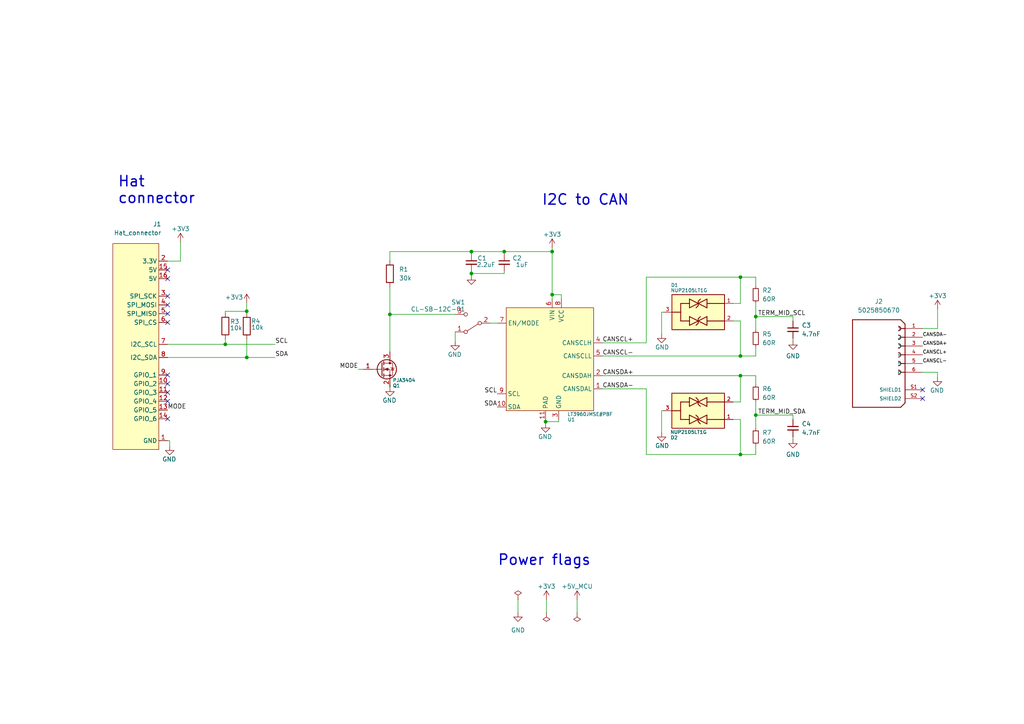
<source format=kicad_sch>
(kicad_sch (version 20230121) (generator eeschema)
  (paper "A4")
  (lib_symbols
    (symbol "0_interface_can:LT3960"
      (property "Reference" "U1" (at 4.445 21.59 0))
      (property "Value" "LT3960JMSE#PBF" (at 2.5909 19.05 0))
      (symbol "LT3960_1_1"
        (rectangle (start -13.335 16.51) (end 12.065 -13.335) (fill (type background)))
        (pin bidirectional line (at 14.605 -6.985 180) (length 2.54) (name "CANSDAL") (number "1"))
        (pin bidirectional line (at -15.9512 -12.2428 0) (length 2.54) (name "SDA") (number "10"))
        (pin power_in line (at -1.905 -15.875 90) (length 2.54) (name "PAD") (number "11"))
        (pin bidirectional line (at 14.605 -3.175 180) (length 2.54) (name "CANSDAH") (number "2"))
        (pin power_in line (at 1.905 -15.875 90) (length 2.54) (name "GND") (number "3"))
        (pin bidirectional line (at 14.605 6.35 180) (length 2.54) (name "CANSCLH") (number "4"))
        (pin bidirectional line (at 14.605 2.54 180) (length 2.54) (name "CANSCLL") (number "5"))
        (pin power_in line (at 0 19.05 270) (length 2.54) (name "VIN") (number "6"))
        (pin input line (at -15.875 12.065 0) (length 2.54) (name "EN/MODE") (number "7"))
        (pin passive line (at 2.667 19.1262 270) (length 2.54) (name "VCC") (number "8"))
        (pin bidirectional line (at -15.9512 -8.4328 0) (length 2.54) (name "SCL") (number "9"))
      )
    )
    (symbol "0_lib_power_symbols:+5V_MCU" (power) (pin_numbers hide) (in_bom no) (on_board no)
      (property "Value" "+5V_MCU" (at 0 3.81 0))
      (symbol "+5V_MCU_0_1"
        (polyline (pts (xy 0 0) (xy 0 2.54)))
        (polyline (pts (xy 0 2.54) (xy -0.762 1.27)))
        (polyline (pts (xy 0 2.54) (xy 0.762 1.27)))
      )
      (symbol "+5V_MCU_1_1"
        (pin power_in line (at 0 0 90) (length 0) hide (name "+5V_MCU") (number "1"))
      )
    )
    (symbol "0_transistor:PJA3404" (pin_names hide)
      (property "Reference" "Q" (at 5.08 1.27 0))
      (property "Value" "PJA3404" (at 5.08 -1.27 0))
      (symbol "PJA3404_0_1"
        (polyline (pts (xy 0.254 0) (xy -2.54 0)))
        (polyline (pts (xy 0.254 1.905) (xy 0.254 -1.905)) (stroke (width 0.254)))
        (polyline (pts (xy 0.762 -1.27) (xy 0.762 -2.286)) (stroke (width 0.254)))
        (polyline (pts (xy 0.762 0.508) (xy 0.762 -0.508)) (stroke (width 0.254)))
        (polyline (pts (xy 0.762 2.286) (xy 0.762 1.27)) (stroke (width 0.254)))
        (polyline (pts (xy 2.54 2.54) (xy 2.54 1.778)))
        (polyline (pts (xy 2.54 -2.54) (xy 2.54 0) (xy 0.762 0)))
        (polyline (pts (xy 0.762 -1.778) (xy 3.302 -1.778) (xy 3.302 1.778) (xy 0.762 1.778)))
        (polyline (pts (xy 1.016 0) (xy 2.032 0.381) (xy 2.032 -0.381) (xy 1.016 0)) (fill (type outline)))
        (polyline (pts (xy 2.794 0.508) (xy 2.921 0.381) (xy 3.683 0.381) (xy 3.81 0.254)))
        (polyline (pts (xy 3.302 0.381) (xy 2.921 -0.254) (xy 3.683 -0.254) (xy 3.302 0.381)))
        (circle (center 1.651 0) (radius 2.794) (stroke (width 0.254)))
        (circle (center 2.54 -1.778) (radius 0.254) (fill (type outline)))
        (circle (center 2.54 1.778) (radius 0.254) (fill (type outline)))
      )
      (symbol "PJA3404_1_1"
        (pin input line (at -5.08 0 0) (length 2.54) (name "G") (number "1"))
        (pin passive line (at 2.54 -5.08 90) (length 2.54) (name "S") (number "2"))
        (pin passive line (at 2.54 5.08 270) (length 2.54) (name "D") (number "3"))
      )
    )
    (symbol "5025850670:5025850670" (pin_names (offset 1.016))
      (property "Reference" "J" (at -7.62 13.97 0))
      (property "Value" "5025850670" (at -7.62 -15.24 0))
      (symbol "5025850670_0_0"
        (polyline (pts (xy -7.62 -12.7) (xy -7.62 12.7)) (stroke (width 0.254)))
        (polyline (pts (xy -7.62 12.7) (xy 6.35 12.7)) (stroke (width 0.254)))
        (polyline (pts (xy 6.35 -12.7) (xy -7.62 -12.7)) (stroke (width 0.254)))
        (polyline (pts (xy 7.62 -11.43) (xy 6.35 -12.7)) (stroke (width 0.254)))
        (polyline (pts (xy 7.62 -2.54) (xy 6.35 -2.54)) (stroke (width 0.254)))
        (polyline (pts (xy 7.62 0) (xy 6.35 0)) (stroke (width 0.254)))
        (polyline (pts (xy 7.62 2.54) (xy 6.35 2.54)) (stroke (width 0.254)))
        (polyline (pts (xy 7.62 5.08) (xy 6.35 5.08)) (stroke (width 0.254)))
        (polyline (pts (xy 7.62 7.62) (xy 6.35 7.62)) (stroke (width 0.254)))
        (polyline (pts (xy 7.62 10.16) (xy 6.35 10.16)) (stroke (width 0.254)))
        (polyline (pts (xy 7.62 10.16) (xy 7.62 -11.43)) (stroke (width 0.254)))
        (polyline (pts (xy 7.62 11.43) (xy 6.35 12.7)) (stroke (width 0.254)))
        (polyline (pts (xy 7.62 11.43) (xy 7.62 10.16)) (stroke (width 0.254)))
        (arc (start 5.715 -3.175) (mid 6.3473 -2.54) (end 5.715 -1.905) (stroke (width 0.254)))
        (arc (start 5.715 -0.635) (mid 6.3473 0) (end 5.715 0.635) (stroke (width 0.254)))
        (arc (start 5.715 1.905) (mid 6.3473 2.54) (end 5.715 3.175) (stroke (width 0.254)))
        (arc (start 5.715 4.445) (mid 6.3473 5.08) (end 5.715 5.715) (stroke (width 0.254)))
        (arc (start 5.715 6.985) (mid 6.3473 7.62) (end 5.715 8.255) (stroke (width 0.254)))
        (arc (start 5.715 9.525) (mid 6.3473 10.16) (end 5.715 10.795) (stroke (width 0.254)))
        (pin passive line (at 12.7 10.16 180) (length 5.08) (name "1") (number "1"))
        (pin passive line (at 12.7 7.62 180) (length 5.08) (name "2") (number "2"))
        (pin passive line (at 12.7 5.08 180) (length 5.08) (name "3") (number "3"))
        (pin passive line (at 12.7 2.54 180) (length 5.08) (name "4") (number "4"))
        (pin passive line (at 12.7 0 180) (length 5.08) (name "5") (number "5"))
        (pin passive line (at 12.7 -2.54 180) (length 5.08) (name "6") (number "6"))
        (pin passive line (at 12.7 -7.62 180) (length 5.08) (name "SHIELD1") (number "S1"))
        (pin passive line (at 12.7 -10.16 180) (length 5.08) (name "SHIELD2") (number "S2"))
      )
    )
    (symbol "Device:C_Small" (pin_numbers hide) (pin_names (offset 0.254) hide)
      (property "Reference" "C" (at 0.254 1.778 0))
      (property "Value" "C_Small" (at 0.254 -2.032 0))
      (symbol "C_Small_0_1"
        (polyline (pts (xy -1.524 -0.508) (xy 1.524 -0.508)) (stroke (width 0.3302)))
        (polyline (pts (xy -1.524 0.508) (xy 1.524 0.508)) (stroke (width 0.3048)))
      )
      (symbol "C_Small_1_1"
        (pin passive line (at 0 2.54 270) (length 2.032) (name "~") (number "1"))
        (pin passive line (at 0 -2.54 90) (length 2.032) (name "~") (number "2"))
      )
    )
    (symbol "Device:R" (pin_numbers hide) (pin_names (offset 0))
      (property "Reference" "R" (at 2.032 0 90))
      (property "Value" "R" (at 0 0 90))
      (symbol "R_0_1"
        (rectangle (start -1.016 -2.54) (end 1.016 2.54) (stroke (width 0.254)))
      )
      (symbol "R_1_1"
        (pin passive line (at 0 3.81 270) (length 1.27) (name "~") (number "1"))
        (pin passive line (at 0 -3.81 90) (length 1.27) (name "~") (number "2"))
      )
    )
    (symbol "Device:R_Small" (pin_numbers hide) (pin_names (offset 0.254) hide)
      (property "Reference" "R" (at 0.762 0.508 0))
      (property "Value" "R_Small" (at 0.762 -1.016 0))
      (symbol "R_Small_0_1"
        (rectangle (start -0.762 1.778) (end 0.762 -1.778) (stroke (width 0.2032)))
      )
      (symbol "R_Small_1_1"
        (pin passive line (at 0 2.54 270) (length 0.762) (name "~") (number "1"))
        (pin passive line (at 0 -2.54 90) (length 0.762) (name "~") (number "2"))
      )
    )
    (symbol "Hat_connector_1"
      (property "Reference" "J2" (at -6.985 39.37 0))
      (property "Value" "Hat_connector" (at -6.985 36.83 0))
      (symbol "Hat_connector_1_0_0"
        (pin power_in line (at -8.8138 -23.4442 0) (length 2.54) (name "GND") (number "1"))
        (pin bidirectional line (at -8.8138 -6.9342 0) (length 2.54) (name "GPIO_2") (number "10"))
        (pin bidirectional line (at -8.8138 -9.4742 0) (length 2.54) (name "GPIO_3") (number "11"))
        (pin bidirectional line (at -8.8138 -12.0142 0) (length 2.54) (name "GPIO_4") (number "12"))
        (pin bidirectional line (at -8.8138 -14.5542 0) (length 2.54) (name "GPIO_5") (number "13"))
        (pin bidirectional line (at -8.8138 -17.0942 0) (length 2.54) (name "GPIO_6") (number "14"))
        (pin power_in line (at -8.8138 26.0858 0) (length 2.54) (name "5V") (number "15"))
        (pin power_in line (at -8.8138 23.5458 0) (length 2.54) (name "5V") (number "16"))
        (pin power_in line (at -8.8138 28.6258 0) (length 2.54) (name "3.3V") (number "2"))
        (pin output line (at -8.8138 18.4658 0) (length 2.54) (name "SPI_SCK") (number "3"))
        (pin output line (at -8.8138 15.9258 0) (length 2.54) (name "SPI_MOSI") (number "4"))
        (pin input line (at -8.8138 13.3858 0) (length 2.54) (name "SPI_MISO") (number "5"))
        (pin output line (at -8.8138 10.8458 0) (length 2.54) (name "SPI_CS") (number "6"))
        (pin output line (at -8.8138 4.4958 0) (length 2.54) (name "I2C_SCL") (number "7"))
        (pin bidirectional line (at -8.8392 0.6858 0) (length 2.54) (name "I2C_SDA") (number "8"))
        (pin bidirectional line (at -8.8138 -4.3942 0) (length 2.54) (name "GPIO_1") (number "9"))
      )
      (symbol "Hat_connector_1_0_1"
        (rectangle (start -6.2738 33.7058) (end 7.0612 -25.9842) (fill (type background)))
      )
    )
    (symbol "NUP2105LT1G:NUP2105LT1G" (pin_names (offset 1.016))
      (property "Reference" "D" (at -7.62 5.842 0))
      (property "Value" "NUP2105LT1G" (at -7.62 -7.62 0))
      (symbol "NUP2105LT1G_0_0"
        (rectangle (start -7.62 -5.08) (end 7.62 5.08) (stroke (width 0.254)) (fill (type background)))
        (polyline (pts (xy -7.62 -2.54) (xy -2.54 -2.54)) (stroke (width 0.254)))
        (polyline (pts (xy -7.62 2.54) (xy -2.54 2.54)) (stroke (width 0.254)))
        (polyline (pts (xy -2.54 -3.81) (xy 0 -2.54)) (stroke (width 0.254)))
        (polyline (pts (xy -2.54 -2.54) (xy -2.54 -3.81)) (stroke (width 0.254)))
        (polyline (pts (xy -2.54 -1.27) (xy -2.54 -2.54)) (stroke (width 0.254)))
        (polyline (pts (xy -2.54 1.27) (xy 0 2.54)) (stroke (width 0.254)))
        (polyline (pts (xy -2.54 2.54) (xy -2.54 1.27)) (stroke (width 0.254)))
        (polyline (pts (xy -2.54 3.81) (xy -2.54 2.54)) (stroke (width 0.254)))
        (polyline (pts (xy -0.635 -1.27) (xy 0 -1.905)) (stroke (width 0.254)))
        (polyline (pts (xy -0.635 3.81) (xy 0 3.175)) (stroke (width 0.254)))
        (polyline (pts (xy 0 -3.175) (xy 0.635 -3.81)) (stroke (width 0.254)))
        (polyline (pts (xy 0 -2.54) (xy -2.54 -1.27)) (stroke (width 0.254)))
        (polyline (pts (xy 0 -2.54) (xy 0 -3.175)) (stroke (width 0.254)))
        (polyline (pts (xy 0 -2.54) (xy 2.54 -3.81)) (stroke (width 0.254)))
        (polyline (pts (xy 0 -1.905) (xy 0 -2.54)) (stroke (width 0.254)))
        (polyline (pts (xy 0 1.905) (xy 0.635 1.27)) (stroke (width 0.254)))
        (polyline (pts (xy 0 2.54) (xy -2.54 3.81)) (stroke (width 0.254)))
        (polyline (pts (xy 0 2.54) (xy 0 1.905)) (stroke (width 0.254)))
        (polyline (pts (xy 0 2.54) (xy 2.54 1.27)) (stroke (width 0.254)))
        (polyline (pts (xy 0 3.175) (xy 0 2.54)) (stroke (width 0.254)))
        (polyline (pts (xy 2.54 -3.81) (xy 2.54 -2.54)) (stroke (width 0.254)))
        (polyline (pts (xy 2.54 -2.54) (xy 2.54 -1.27)) (stroke (width 0.254)))
        (polyline (pts (xy 2.54 -1.27) (xy 0 -2.54)) (stroke (width 0.254)))
        (polyline (pts (xy 2.54 1.27) (xy 2.54 2.54)) (stroke (width 0.254)))
        (polyline (pts (xy 2.54 2.54) (xy 2.54 3.81)) (stroke (width 0.254)))
        (polyline (pts (xy 2.54 3.81) (xy 0 2.54)) (stroke (width 0.254)))
        (polyline (pts (xy 5.08 -2.54) (xy 2.54 -2.54)) (stroke (width 0.254)))
        (polyline (pts (xy 5.08 0) (xy 5.08 -2.54)) (stroke (width 0.254)))
        (polyline (pts (xy 5.08 0) (xy 7.62 0)) (stroke (width 0.254)))
        (polyline (pts (xy 5.08 2.54) (xy 2.54 2.54)) (stroke (width 0.254)))
        (polyline (pts (xy 5.08 2.54) (xy 5.08 0)) (stroke (width 0.254)))
        (pin passive line (at -10.16 2.54 0) (length 2.54) (name "~") (number "1"))
        (pin passive line (at -10.16 -2.54 0) (length 2.54) (name "~") (number "2"))
        (pin passive line (at 10.16 0 180) (length 2.54) (name "~") (number "3"))
      )
    )
    (symbol "Switch:SW_SPDT" (pin_names (offset 0) hide)
      (property "Reference" "SW" (at 0 4.318 0))
      (property "Value" "SW_SPDT" (at 0 -5.08 0))
      (symbol "SW_SPDT_0_0"
        (circle (center -2.032 0) (radius 0.508))
        (circle (center 2.032 -2.54) (radius 0.508))
      )
      (symbol "SW_SPDT_0_1"
        (polyline (pts (xy -1.524 0.254) (xy 1.651 2.286)))
        (circle (center 2.032 2.54) (radius 0.508))
      )
      (symbol "SW_SPDT_1_1"
        (pin passive line (at 5.08 2.54 180) (length 2.54) (name "A") (number "1"))
        (pin passive line (at -5.08 0 0) (length 2.54) (name "B") (number "2"))
        (pin passive line (at 5.08 -2.54 180) (length 2.54) (name "C") (number "3"))
      )
    )
    (symbol "power:+3V3" (power) (pin_names (offset 0))
      (property "Value" "+3V3" (at 0 3.556 0))
      (symbol "+3V3_0_1"
        (polyline (pts (xy -0.762 1.27) (xy 0 2.54)))
        (polyline (pts (xy 0 0) (xy 0 2.54)))
        (polyline (pts (xy 0 2.54) (xy 0.762 1.27)))
      )
      (symbol "+3V3_1_1"
        (pin power_in line (at 0 0 90) (length 0) hide (name "+3V3") (number "1"))
      )
    )
    (symbol "power:GND" (power) (pin_names (offset 0))
      (property "Value" "GND" (at 0 -3.81 0))
      (symbol "GND_0_1"
        (polyline (pts (xy 0 0) (xy 0 -1.27) (xy 1.27 -1.27) (xy 0 -2.54) (xy -1.27 -1.27) (xy 0 -1.27)))
      )
      (symbol "GND_1_1"
        (pin power_in line (at 0 0 270) (length 0) hide (name "GND") (number "1"))
      )
    )
    (symbol "power:PWR_FLAG" (power) (pin_numbers hide) (pin_names (offset 0) hide)
      (property "Value" "PWR_FLAG" (at 0 3.81 0))
      (symbol "PWR_FLAG_0_0"
        (pin power_out line (at 0 0 90) (length 0) (name "pwr") (number "1"))
      )
      (symbol "PWR_FLAG_0_1"
        (polyline (pts (xy 0 0) (xy 0 1.27) (xy -1.016 1.905) (xy 0 2.54) (xy 1.016 1.905) (xy 0 1.27)))
      )
    )
  )
  (junction (at 146.2532 72.9742))
  (junction (at 71.5772 103.6828))
  (junction (at 113.0808 91.186))
  (junction (at 65.3542 99.8728))
  (junction (at 219.202 120.396))
  (junction (at 160.147 72.9742))
  (junction (at 160.147 85.471))
  (junction (at 71.5518 90.2716))
  (junction (at 158.242 122.301))
  (junction (at 214.757 103.251))
  (junction (at 214.757 80.391))
  (junction (at 214.757 108.966))
  (junction (at 219.202 91.821))
  (junction (at 136.7282 79.3242))
  (junction (at 136.7282 72.9742))
  (junction (at 214.757 131.826))
  (no_connect (at 48.6156 78.2828))
  (no_connect (at 48.6156 93.5228))
  (no_connect (at 48.6156 121.4628))
  (no_connect (at 48.6156 113.8428))
  (no_connect (at 267.589 115.5954))
  (no_connect (at 48.6156 108.7628))
  (no_connect (at 48.6156 80.8228))
  (no_connect (at 267.589 113.0554))
  (no_connect (at 48.6156 116.3828))
  (no_connect (at 48.6156 90.9828))
  (no_connect (at 48.6156 88.4428))
  (no_connect (at 48.6156 85.9028))
  (no_connect (at 48.6156 111.3028))
  (wire (pts (xy 219.202 91.821) (xy 229.997 91.821)))
  (wire (pts (xy 71.5518 90.2716) (xy 71.5772 90.2716)))
  (wire (pts (xy 146.2532 72.9742) (xy 146.2532 73.6092)))
  (wire (pts (xy 65.3542 90.7542) (xy 65.3542 90.297)))
  (wire (pts (xy 271.9324 89.6112) (xy 271.9324 95.2754)))
  (wire (pts (xy 65.3542 99.8728) (xy 79.8068 99.8728)))
  (wire (pts (xy 214.757 93.091) (xy 214.757 103.251)))
  (wire (pts (xy 219.202 131.826) (xy 214.757 131.826)))
  (wire (pts (xy 48.6156 99.8728) (xy 65.3542 99.8728)))
  (wire (pts (xy 214.757 131.826) (xy 187.452 131.826)))
  (wire (pts (xy 71.5772 98.3996) (xy 71.5772 103.6828)))
  (wire (pts (xy 229.997 120.396) (xy 229.997 121.666)))
  (wire (pts (xy 219.202 129.286) (xy 219.202 131.826)))
  (wire (pts (xy 191.897 90.551) (xy 192.3542 90.551)))
  (wire (pts (xy 71.5518 87.8332) (xy 71.5518 90.2716)))
  (wire (pts (xy 113.0808 91.186) (xy 113.0808 102.0318)))
  (wire (pts (xy 158.242 122.301) (xy 158.242 121.666)))
  (wire (pts (xy 229.997 91.821) (xy 229.997 93.091)))
  (wire (pts (xy 167.386 177.6984) (xy 167.386 173.8884)))
  (wire (pts (xy 191.897 119.126) (xy 192.3288 119.126)))
  (wire (pts (xy 65.3542 98.3742) (xy 65.3542 99.8728)))
  (wire (pts (xy 212.6742 93.091) (xy 214.757 93.091)))
  (wire (pts (xy 212.6488 116.586) (xy 214.757 116.586)))
  (wire (pts (xy 158.242 122.8598) (xy 158.242 122.301)))
  (wire (pts (xy 219.202 103.251) (xy 214.757 103.251)))
  (wire (pts (xy 162.052 121.666) (xy 162.052 122.301)))
  (wire (pts (xy 113.0808 111.7092) (xy 113.0808 112.1918)))
  (wire (pts (xy 219.202 116.586) (xy 219.202 120.396)))
  (wire (pts (xy 65.3542 90.297) (xy 71.5518 90.297)))
  (wire (pts (xy 132.0292 96.266) (xy 132.0292 99.0092)))
  (wire (pts (xy 136.7282 72.9742) (xy 146.2532 72.9742)))
  (wire (pts (xy 48.6156 75.7428) (xy 52.3494 75.7428)))
  (wire (pts (xy 146.2532 79.3242) (xy 146.2532 78.6892)))
  (wire (pts (xy 146.2532 72.9742) (xy 160.147 72.9742)))
  (wire (pts (xy 49.2252 127.8128) (xy 49.2252 129.3876)))
  (wire (pts (xy 187.452 99.441) (xy 187.452 80.391)))
  (wire (pts (xy 187.452 80.391) (xy 214.757 80.391)))
  (wire (pts (xy 160.147 72.9742) (xy 160.147 85.471)))
  (wire (pts (xy 219.202 100.711) (xy 219.202 103.251)))
  (wire (pts (xy 214.757 88.011) (xy 214.757 80.391)))
  (wire (pts (xy 113.0808 75.5904) (xy 113.0808 72.9742)))
  (wire (pts (xy 162.814 86.6648) (xy 162.814 85.471)))
  (wire (pts (xy 174.752 108.966) (xy 214.757 108.966)))
  (wire (pts (xy 219.202 120.396) (xy 219.202 124.206)))
  (wire (pts (xy 271.907 107.9754) (xy 271.907 109.4232)))
  (wire (pts (xy 71.5518 90.297) (xy 71.5518 90.2716)))
  (wire (pts (xy 48.6156 127.8128) (xy 49.2252 127.8128)))
  (wire (pts (xy 113.1062 111.7092) (xy 113.1062 112.3188)))
  (wire (pts (xy 160.147 86.741) (xy 160.147 85.471)))
  (wire (pts (xy 229.997 98.171) (xy 229.997 98.806)))
  (wire (pts (xy 113.0808 111.7092) (xy 113.1062 111.7092)))
  (wire (pts (xy 136.7282 79.3242) (xy 136.7282 79.9592)))
  (wire (pts (xy 174.752 99.441) (xy 187.452 99.441)))
  (wire (pts (xy 219.202 111.506) (xy 219.202 108.966)))
  (wire (pts (xy 132.0292 91.186) (xy 113.0808 91.186)))
  (wire (pts (xy 229.997 126.746) (xy 229.997 127.381)))
  (wire (pts (xy 219.202 120.396) (xy 229.997 120.396)))
  (wire (pts (xy 191.897 96.901) (xy 191.897 90.551)))
  (wire (pts (xy 113.0808 72.9742) (xy 136.7282 72.9742)))
  (wire (pts (xy 212.6488 121.666) (xy 214.757 121.666)))
  (wire (pts (xy 150.241 173.8884) (xy 150.241 177.6984)))
  (wire (pts (xy 162.814 85.471) (xy 160.147 85.471)))
  (wire (pts (xy 71.5772 103.6828) (xy 79.8068 103.6828)))
  (wire (pts (xy 219.202 80.391) (xy 214.757 80.391)))
  (wire (pts (xy 214.757 121.666) (xy 214.757 131.826)))
  (wire (pts (xy 214.757 116.586) (xy 214.757 108.966)))
  (wire (pts (xy 219.202 108.966) (xy 214.757 108.966)))
  (wire (pts (xy 191.897 125.476) (xy 191.897 119.126)))
  (wire (pts (xy 103.9114 107.1118) (xy 105.4608 107.1118)))
  (wire (pts (xy 158.496 177.6984) (xy 158.496 173.8884)))
  (wire (pts (xy 219.202 91.821) (xy 219.202 95.631)))
  (wire (pts (xy 219.202 88.011) (xy 219.202 91.821)))
  (wire (pts (xy 160.147 71.8058) (xy 160.147 72.9742)))
  (wire (pts (xy 48.641 103.6828) (xy 71.5772 103.6828)))
  (wire (pts (xy 136.7282 79.3242) (xy 136.7282 78.6892)))
  (wire (pts (xy 162.052 122.301) (xy 158.242 122.301)))
  (wire (pts (xy 52.3494 70.1802) (xy 52.3494 75.7428)))
  (wire (pts (xy 212.6742 88.011) (xy 214.757 88.011)))
  (wire (pts (xy 187.452 112.776) (xy 174.752 112.776)))
  (wire (pts (xy 267.589 95.2754) (xy 271.9324 95.2754)))
  (wire (pts (xy 267.589 107.9754) (xy 271.907 107.9754)))
  (wire (pts (xy 71.5772 90.2716) (xy 71.5772 90.7796)))
  (wire (pts (xy 142.1892 93.726) (xy 144.272 93.726)))
  (wire (pts (xy 174.752 103.251) (xy 214.757 103.251)))
  (wire (pts (xy 113.0808 83.2104) (xy 113.0808 91.186)))
  (wire (pts (xy 136.7282 73.6092) (xy 136.7282 72.9742)))
  (wire (pts (xy 146.2532 79.3242) (xy 136.7282 79.3242)))
  (wire (pts (xy 219.202 82.931) (xy 219.202 80.391)))
  (wire (pts (xy 187.452 131.826) (xy 187.452 112.776)))
  (text "I2C to CAN" (at 157.0482 59.8424 0) (effects (font (size 3 3) (thickness 0.4) bold) (justify left bottom)))
  (text "Hat\nconnector" (at 34.0868 59.3598 0) (effects (font (size 3 3) (thickness 0.4) bold) (justify left bottom)))
  (text "Power flags" (at 144.2466 164.3126 0) (effects (font (size 3 3) (thickness 0.4) bold) (justify left bottom)))
  (label "SCL" (at 79.8068 99.8728 0))
  (label "CANSDA+" (at 174.752 108.966 0))
  (label "SDA" (at 79.8068 103.6828 0))
  (label "SDA" (at 144.1958 118.0338 180))
  (label "CANSCL-" (at 267.589 105.4354 0) (effects (font (size 1 1))))
  (label "CANSCL+" (at 174.752 99.441 0))
  (label "CANSDA-" (at 174.752 112.776 0))
  (label "MODE" (at 48.6156 118.9228 0))
  (label "CANSCL+" (at 267.589 102.8954 0) (effects (font (size 1 1))))
  (label "TERM_MID_SCL" (at 219.837 91.821 0))
  (label "SCL" (at 144.1958 114.2238 180))
  (label "CANSCL-" (at 174.752 103.251 0))
  (label "TERM_MID_SDA" (at 219.837 120.396 0))
  (label "MODE" (at 103.9114 107.1118 180))
  (label "CANSDA+" (at 267.589 100.3554 0) (effects (font (size 1 1))))
  (label "CANSDA-" (at 267.589 97.8154 0) (effects (font (size 1 1))))
  (symbol (lib_id "power:GND") (at 158.242 122.8598 0) (unit 1)
    (property "Reference" "#PWR010" (effects hide))
    (property "Value" "GND" (at 160.147 126.6698 0) (effects (justify right)))
  )
  (symbol (lib_id "Switch:SW_SPDT") (at 137.1092 93.726 180) (unit 1)
    (property "Reference" "SW1" (at 132.9182 87.6554 0))
    (property "Value" "CL-SB-12C-01" (at 127.0508 89.662 0))
    (property "Footprint" "Button_Switch_SMD:SW_DIP_SPSTx01_Slide_Copal_CVS-01xB_W5.9mm_P1mm" (effects hide))
    (property "Datasheet" "https://www.nidec-components.com/e/catalog/switch/cl-sb.pdf" (effects hide))
    (property "Manufacturer ref" "CL-SB-12C-01" (effects hide))
    (property "Digikey ref" "563-1322-ND" (effects hide))
  )
  (symbol (lib_id "0_interface_can:LT3960") (at 160.147 105.791 0) (unit 1)
    (property "Reference" "U1" (at 164.6174 121.6914 0) (effects (font (size 1 1)) (justify left)))
    (property "Value" "LT3960JMSE#PBF" (at 164.5666 120.142 0) (effects (font (size 1 1)) (justify left)))
    (property "Footprint" "Package_SO:MSOP-10-1EP_3x3mm_P0.5mm_EP1.68x1.88mm" (effects hide))
    (property "Datasheet" "https://www.analog.com/media/en/technical-documentation/data-sheets/lt3960.pdf" (effects hide))
    (property "Mouser ref" "584-LT3960JMSE#PBF" (effects hide))
    (property "Manufacturer ref" "LT3960JMSE#PBF" (effects hide))
  )
  (symbol (lib_id "power:GND") (at 191.897 96.901 0) (unit 1)
    (property "Reference" "#PWR06" (effects hide))
    (property "Value" "GND" (at 189.992 100.711 0) (effects (justify left)))
  )
  (symbol (lib_id "power:+3V3") (at 52.3494 70.1802 0) (mirror y) (unit 1)
    (property "Reference" "#PWR01" (effects hide))
    (property "Value" "+3V3" (at 52.3494 66.3702 0))
  )
  (symbol (lib_id "NUP2105LT1G:NUP2105LT1G") (at 202.4888 119.126 180) (unit 1)
    (property "Reference" "D2" (at 195.5292 126.9238 0) (effects (font (size 1 1))))
    (property "Value" "NUP2105LT1G" (at 199.6948 125.3236 0) (effects (font (size 1 1))))
    (property "Footprint" "NUP2105LT1G:SOT95P237X111-3N" (effects hide))
    (property "MF" "ON Semiconductor" (effects hide))
    (property "MAXIMUM_PACKAGE_HEIGHT" "1.11mm" (effects hide))
    (property "Package" "SOT-23-3 ON Semiconductor" (effects hide))
    (property "Price" "None" (effects hide))
    (property "Check_prices" "https://www.snapeda.com/parts/NUP2105LT1G/Onsemi/view-part/?ref=eda" (effects hide))
    (property "STANDARD" "IPC-7351B" (effects hide))
    (property "PARTREV" "10" (effects hide))
    (property "SnapEDA_Link" "https://www.snapeda.com/parts/NUP2105LT1G/Onsemi/view-part/?ref=snap" (effects hide))
    (property "MP" "NUP2105LT1G" (effects hide))
    (property "Purchase-URL" "https://www.snapeda.com/api/url_track_click_mouser/?unipart_id=616428&manufacturer=ON Semiconductor&part_name=NUP2105LT1G&search_term=nup2105lt1g" (effects hide))
    (property "Description" "\nDual Bi-Directional TVS Diode 350W 3-Pin SOT-23 | ON Semiconductor NUP2105LT1G\n" (effects hide))
    (property "MANUFACTURER" "Onsemi" (effects hide))
    (property "Availability" "In Stock" (effects hide))
    (property "SNAPEDA_PN" "NUP2105LT1G" (effects hide))
  )
  (symbol (lib_id "Device:R_Small") (at 219.202 114.046 0) (unit 1)
    (property "Reference" "R6" (at 221.107 112.7759 0) (effects (justify left)))
    (property "Value" "60R" (at 221.107 115.3159 0) (effects (justify left)))
    (property "Footprint" "Resistor_SMD:R_0603_1608Metric" (effects hide))
    (property "Datasheet" "https://www.vishay.com/docs/20043/crcwhpe3.pdf" (effects hide))
    (property "Manufacturer ref" "CRCW060360R4FKEAHP" (effects hide))
    (property "Mouser ref" "71-CRCW060360R4FKEAH" (effects hide))
  )
  (symbol (lib_id "power:GND") (at 229.997 98.806 0) (unit 1)
    (property "Reference" "#PWR07" (effects hide))
    (property "Value" "GND" (at 229.997 103.251 0))
  )
  (symbol (lib_id "Device:C_Small") (at 136.7282 76.1492 0) (mirror y) (unit 1)
    (property "Reference" "C1" (at 141.1732 74.8792 0) (effects (justify left)))
    (property "Value" "2.2uF" (at 143.7132 76.7842 0) (effects (justify left)))
    (property "Footprint" "Capacitor_SMD:C_0603_1608Metric_Pad1.08x0.95mm_HandSolder" (effects hide))
  )
  (symbol (lib_id "NUP2105LT1G:NUP2105LT1G") (at 202.5142 90.551 0) (mirror y) (unit 1)
    (property "Reference" "D1" (at 195.6562 82.7024 0) (effects (font (size 1 1))))
    (property "Value" "NUP2105LT1G" (at 199.8472 84.2264 0) (effects (font (size 1 1))))
    (property "Footprint" "NUP2105LT1G:SOT95P237X111-3N" (effects hide))
    (property "MF" "ON Semiconductor" (effects hide))
    (property "MAXIMUM_PACKAGE_HEIGHT" "1.11mm" (effects hide))
    (property "Package" "SOT-23-3 ON Semiconductor" (effects hide))
    (property "Price" "None" (effects hide))
    (property "Check_prices" "https://www.snapeda.com/parts/NUP2105LT1G/Onsemi/view-part/?ref=eda" (effects hide))
    (property "STANDARD" "IPC-7351B" (effects hide))
    (property "PARTREV" "10" (effects hide))
    (property "SnapEDA_Link" "https://www.snapeda.com/parts/NUP2105LT1G/Onsemi/view-part/?ref=snap" (effects hide))
    (property "MP" "NUP2105LT1G" (effects hide))
    (property "Purchase-URL" "https://www.snapeda.com/api/url_track_click_mouser/?unipart_id=616428&manufacturer=ON Semiconductor&part_name=NUP2105LT1G&search_term=nup2105lt1g" (effects hide))
    (property "Description" "\nDual Bi-Directional TVS Diode 350W 3-Pin SOT-23 | ON Semiconductor NUP2105LT1G\n" (effects hide))
    (property "MANUFACTURER" "Onsemi" (effects hide))
    (property "Availability" "In Stock" (effects hide))
    (property "SNAPEDA_PN" "NUP2105LT1G" (effects hide))
  )
  (symbol (lib_id "power:GND") (at 132.0292 99.0092 0) (unit 1)
    (property "Reference" "#PWR017" (effects hide))
    (property "Value" "GND" (at 133.9342 102.8192 0) (effects (justify right)))
  )
  (symbol (lib_id "power:PWR_FLAG") (at 150.241 173.8884 0) (unit 1)
    (property "Reference" "#FLG01" (effects hide))
    (property "Value" "PWR_FLAG" (effects hide))
  )
  (symbol (lib_name "Hat_connector_1") (lib_id "0_connectors:Hat_connector") (at 39.8018 104.3686 0) (mirror y) (unit 1)
    (property "Reference" "J1" (at 46.7868 64.9986 0) (effects (justify left)))
    (property "Value" "Hat_connector" (at 46.7868 67.5386 0) (effects (justify left)))
    (property "Footprint" "0_connectors:Hat_connector_hole" (effects hide))
  )
  (symbol (lib_id "Device:R_Small") (at 219.202 126.746 0) (unit 1)
    (property "Reference" "R7" (at 221.107 125.4759 0) (effects (justify left)))
    (property "Value" "60R" (at 221.107 128.016 0) (effects (justify left)))
    (property "Footprint" "Resistor_SMD:R_0603_1608Metric" (effects hide))
    (property "Datasheet" "https://www.vishay.com/docs/20043/crcwhpe3.pdf" (effects hide))
    (property "Manufacturer ref" "CRCW060360R4FKEAHP" (effects hide))
    (property "Mouser ref" "71-CRCW060360R4FKEAH" (effects hide))
  )
  (symbol (lib_id "power:GND") (at 150.241 177.6984 0) (mirror y) (unit 1)
    (property "Reference" "#PWR016" (effects hide))
    (property "Value" "GND" (at 150.241 182.7784 0))
  )
  (symbol (lib_id "power:PWR_FLAG") (at 158.496 177.6984 180) (unit 1)
    (property "Reference" "#FLG02" (effects hide))
    (property "Value" "PWR_FLAG" (effects hide))
  )
  (symbol (lib_id "power:GND") (at 229.997 127.381 0) (unit 1)
    (property "Reference" "#PWR012" (effects hide))
    (property "Value" "GND" (at 229.997 131.826 0))
  )
  (symbol (lib_id "Device:R_Small") (at 219.202 85.471 0) (unit 1)
    (property "Reference" "R2" (at 221.107 84.2009 0) (effects (justify left)))
    (property "Value" "60R" (at 221.107 86.7409 0) (effects (justify left)))
    (property "Footprint" "Resistor_SMD:R_0603_1608Metric" (effects hide))
    (property "Datasheet" "https://www.vishay.com/docs/20043/crcwhpe3.pdf" (effects hide))
    (property "Manufacturer ref" "CRCW060360R4FKEAHP" (effects hide))
    (property "Mouser ref" "71-CRCW060360R4FKEAH" (effects hide))
  )
  (symbol (lib_id "power:GND") (at 271.907 109.4232 0) (unit 1)
    (property "Reference" "#PWR09" (effects hide))
    (property "Value" "GND" (at 273.812 113.2332 0) (effects (justify right)))
  )
  (symbol (lib_id "Device:R") (at 65.3542 94.5642 0) (mirror y) (unit 1)
    (property "Reference" "R3" (at 66.7512 93.2688 0) (effects (justify right)))
    (property "Value" "10k" (at 66.6496 95.123 0) (effects (justify right)))
    (property "Footprint" "Resistor_SMD:R_0603_1608Metric" (effects hide))
    (property "Datasheet" "https://www.mouser.ch/datasheet/2/210/ASC_WR-1525196.pdf" (effects hide))
    (property "Distributor" "Mouser" (effects hide))
    (property "Distributor ref" "791-WR06X1001FTL" (effects hide))
    (property "Manufacturer ref" "WR06X1001FTL" (effects hide))
  )
  (symbol (lib_id "Device:R") (at 113.0808 79.4004 0) (mirror y) (unit 1)
    (property "Reference" "R1" (at 115.7224 78.1304 0) (effects (justify right)))
    (property "Value" "30k" (at 115.7224 80.6704 0) (effects (justify right)))
    (property "Footprint" "Resistor_SMD:R_0603_1608Metric" (effects hide))
    (property "Datasheet" "https://www.mouser.ch/datasheet/2/210/ASC_WR-1525196.pdf" (effects hide))
    (property "Distributor" "Mouser" (effects hide))
    (property "Distributor ref" "791-WR06X1001FTL" (effects hide))
    (property "Manufacturer ref" "WR06X1001FTL" (effects hide))
  )
  (symbol (lib_id "power:+3V3") (at 271.9324 89.6112 0) (mirror y) (unit 1)
    (property "Reference" "#PWR05" (effects hide))
    (property "Value" "+3V3" (at 271.9324 85.8012 0))
  )
  (symbol (lib_id "power:+3V3") (at 160.147 71.8058 0) (mirror y) (unit 1)
    (property "Reference" "#PWR02" (effects hide))
    (property "Value" "+3V3" (at 160.147 67.9958 0))
  )
  (symbol (lib_id "Device:C_Small") (at 229.997 124.206 0) (unit 1)
    (property "Reference" "C4" (at 232.537 122.936 0) (effects (justify left)))
    (property "Value" "4.7nF" (at 232.537 125.476 0) (effects (justify left)))
    (property "Footprint" "Capacitor_SMD:C_0402_1005Metric" (effects hide))
    (property "Datasheet" "https://www.mouser.ch/datasheet/2/40/cx5r_KGM-3223198.pdf" (effects hide))
    (property "Mouser ref" "581-0402YD475MAT2A" (effects hide))
    (property "Manufacturer ref" "0402YD475MAT2A" (effects hide))
  )
  (symbol (lib_id "0_lib_power_symbols:+5V_MCU") (at 167.386 173.8884 0) (mirror y) (unit 1) (in_bom no) (on_board no)
    (property "Reference" "#PWR015" (effects hide))
    (property "Value" "+5V_MCU" (at 167.386 170.0784 0))
  )
  (symbol (lib_id "0_transistor:PJA3404") (at 110.5408 107.1118 0) (unit 1)
    (property "Reference" "Q1" (at 113.8936 111.8616 0) (effects (font (size 1 1)) (justify left)))
    (property "Value" "PJA3404" (at 113.8936 110.2868 0) (effects (font (size 1 1)) (justify left)))
    (property "Footprint" "Package_TO_SOT_SMD:SOT-23" (effects hide))
    (property "Datasheet" "https://www.panjit.com.tw/upload/datasheet/PJA3404A.pdf" (effects hide))
    (property "Manufacturer ref" "PJA3404_R1_00001" (effects hide))
    (property "Mouser ref" "241-PJA3404_R1_00001" (effects hide))
  )
  (symbol (lib_id "Device:C_Small") (at 146.2532 76.1492 0) (mirror y) (unit 1)
    (property "Reference" "C2" (at 151.3332 74.8792 0) (effects (justify left)))
    (property "Value" "1uF" (at 153.2382 76.7842 0) (effects (justify left)))
    (property "Footprint" "Capacitor_SMD:C_0603_1608Metric_Pad1.08x0.95mm_HandSolder" (effects hide))
  )
  (symbol (lib_id "power:+3V3") (at 71.5518 87.8332 0) (mirror y) (unit 1)
    (property "Reference" "#PWR04" (effects hide))
    (property "Value" "+3V3" (at 67.8942 86.233 0))
  )
  (symbol (lib_id "power:PWR_FLAG") (at 167.386 177.6984 180) (unit 1)
    (property "Reference" "#FLG03" (effects hide))
    (property "Value" "PWR_FLAG" (effects hide))
  )
  (symbol (lib_id "power:GND") (at 136.7282 79.9592 0) (unit 1)
    (property "Reference" "#PWR03" (effects hide))
    (property "Value" "GND" (effects hide))
  )
  (symbol (lib_id "5025850670:5025850670") (at 254.889 105.4354 0) (unit 1)
    (property "Reference" "J2" (at 254.889 87.4522 0))
    (property "Value" "5025850670" (at 254.889 89.9922 0))
    (property "Footprint" "5025850670 (1):MOLEX_5025850670" (effects hide))
    (property "MF" "MOLEX / WALDOM" (effects hide))
    (property "MAXIMUM_PACKAGE_HEIGHT" "6.4 mm" (effects hide))
    (property "Package" "None" (effects hide))
    (property "Price" "None" (effects hide))
    (property "Check_prices" "https://www.snapeda.com/parts/502585-0670/Molex+%252F+Waldom/view-part/?ref=eda" (effects hide))
    (property "STANDARD" "Manufacturer Recommendations" (effects hide))
    (property "PARTREV" "C" (effects hide))
    (property "SnapEDA_Link" "https://www.snapeda.com/parts/502585-0670/Molex+%252F+Waldom/view-part/?ref=snap" (effects hide))
    (property "MP" "502585-0670" (effects hide))
    (property "Purchase-URL" "https://www.snapeda.com/api/url_track_click_mouser/?unipart_id=6298183&manufacturer=MOLEX / WALDOM&part_name=502585-0670&search_term=None" (effects hide))
    (property "Description" "\n6 Position Receptacle Connector 0.059 (1.50mm) Surface Mount, Right Angle Tin\n" (effects hide))
    (property "Availability" "In Stock" (effects hide))
    (property "MANUFACTURER" "Molex" (effects hide))
  )
  (symbol (lib_id "Device:R_Small") (at 219.202 98.171 0) (unit 1)
    (property "Reference" "R5" (at 221.107 96.9009 0) (effects (justify left)))
    (property "Value" "60R" (at 221.107 99.4409 0) (effects (justify left)))
    (property "Footprint" "Resistor_SMD:R_0603_1608Metric" (effects hide))
    (property "Datasheet" "https://www.vishay.com/docs/20043/crcwhpe3.pdf" (effects hide))
    (property "Manufacturer ref" "CRCW060360R4FKEAHP" (effects hide))
    (property "Mouser ref" "71-CRCW060360R4FKEAH" (effects hide))
  )
  (symbol (lib_id "power:GND") (at 191.897 125.476 0) (unit 1)
    (property "Reference" "#PWR011" (effects hide))
    (property "Value" "GND" (at 189.992 129.286 0) (effects (justify left)))
  )
  (symbol (lib_id "power:GND") (at 49.2252 129.3876 0) (unit 1)
    (property "Reference" "#PWR013" (effects hide))
    (property "Value" "GND" (at 51.1302 133.1976 0) (effects (justify right)))
  )
  (symbol (lib_id "Device:R") (at 71.5772 94.5896 0) (mirror y) (unit 1)
    (property "Reference" "R4" (at 72.8218 93.1418 0) (effects (justify right)))
    (property "Value" "10k" (at 72.8218 94.9452 0) (effects (justify right)))
    (property "Footprint" "Resistor_SMD:R_0603_1608Metric" (effects hide))
    (property "Datasheet" "https://www.mouser.ch/datasheet/2/210/ASC_WR-1525196.pdf" (effects hide))
    (property "Distributor" "Mouser" (effects hide))
    (property "Distributor ref" "791-WR06X1001FTL" (effects hide))
    (property "Manufacturer ref" "WR06X1001FTL" (effects hide))
  )
  (symbol (lib_id "Device:C_Small") (at 229.997 95.631 0) (unit 1)
    (property "Reference" "C3" (at 232.537 94.361 0) (effects (justify left)))
    (property "Value" "4.7nF" (at 232.537 96.901 0) (effects (justify left)))
    (property "Footprint" "Capacitor_SMD:C_0402_1005Metric" (effects hide))
    (property "Datasheet" "https://www.mouser.ch/datasheet/2/40/cx5r_KGM-3223198.pdf" (effects hide))
    (property "Mouser ref" "581-0402YD475MAT2A" (effects hide))
    (property "Manufacturer ref" "0402YD475MAT2A" (effects hide))
  )
  (symbol (lib_id "power:+3V3") (at 158.496 173.8884 0) (unit 1)
    (property "Reference" "#PWR014" (effects hide))
    (property "Value" "+3V3" (at 158.496 170.0784 0))
  )
  (symbol (lib_id "power:GND") (at 113.1062 112.3188 0) (unit 1)
    (property "Reference" "#PWR08" (effects hide))
    (property "Value" "GND" (at 115.0112 116.1288 0) (effects (justify right)))
  )
)
</source>
